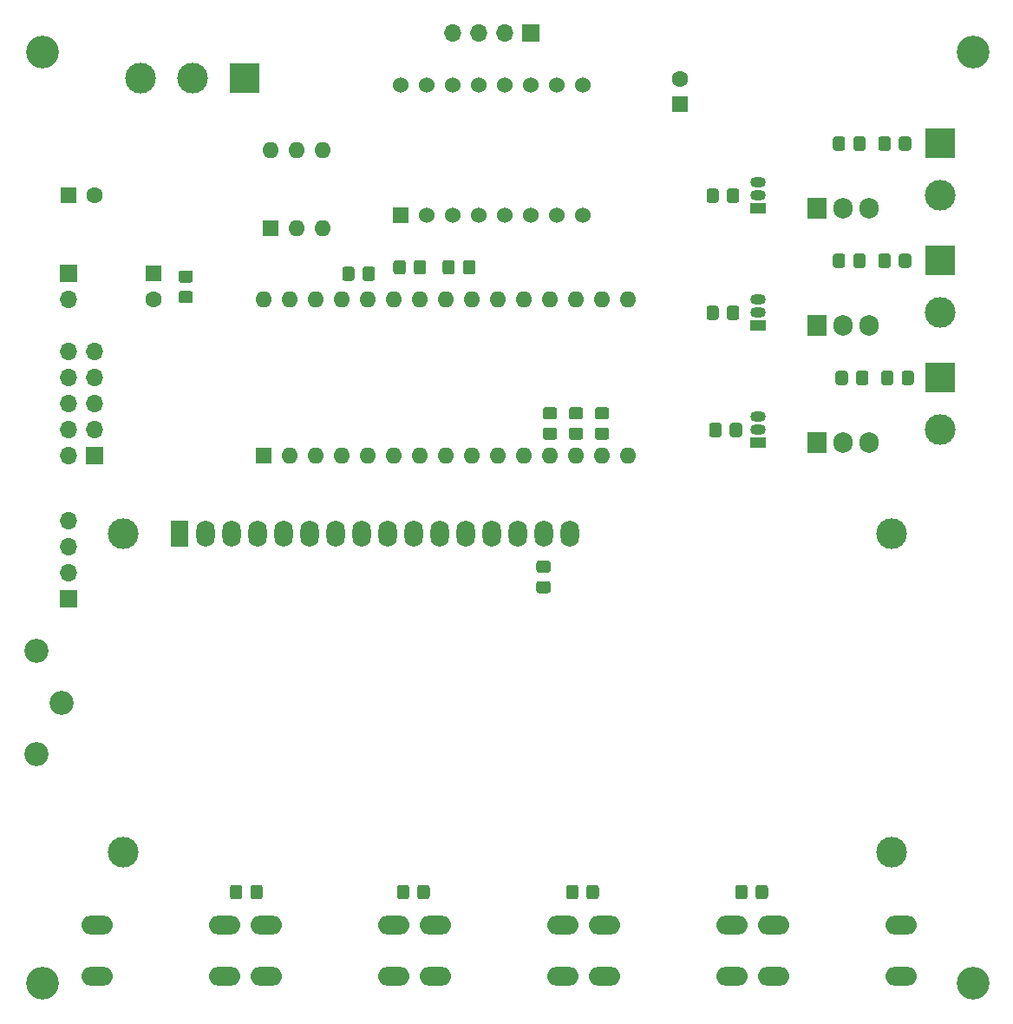
<source format=gbr>
%TF.GenerationSoftware,KiCad,Pcbnew,(5.1.12)-1*%
%TF.CreationDate,2022-08-13T13:45:03+02:00*%
%TF.ProjectId,petpuller,70657470-756c-46c6-9572-2e6b69636164,rev?*%
%TF.SameCoordinates,Original*%
%TF.FileFunction,Soldermask,Bot*%
%TF.FilePolarity,Negative*%
%FSLAX46Y46*%
G04 Gerber Fmt 4.6, Leading zero omitted, Abs format (unit mm)*
G04 Created by KiCad (PCBNEW (5.1.12)-1) date 2022-08-13 13:45:03*
%MOMM*%
%LPD*%
G01*
G04 APERTURE LIST*
%ADD10C,3.200000*%
%ADD11R,1.600000X1.600000*%
%ADD12O,1.600000X1.600000*%
%ADD13C,1.600000*%
%ADD14R,1.800000X2.600000*%
%ADD15O,1.800000X2.600000*%
%ADD16C,3.000000*%
%ADD17R,1.700000X1.700000*%
%ADD18O,1.700000X1.700000*%
%ADD19C,2.340000*%
%ADD20R,1.530000X1.530000*%
%ADD21C,1.530000*%
%ADD22R,1.905000X2.000000*%
%ADD23O,1.905000X2.000000*%
%ADD24R,3.000000X3.000000*%
%ADD25O,3.048000X1.850000*%
%ADD26O,1.500000X1.050000*%
%ADD27R,1.500000X1.050000*%
G04 APERTURE END LIST*
D10*
%TO.C,REF\u002A\u002A*%
X100330000Y-20320000D03*
%TD*%
%TO.C,REF\u002A\u002A*%
X191135000Y-20320000D03*
%TD*%
%TO.C,REF\u002A\u002A*%
X100330000Y-111125000D03*
%TD*%
%TO.C,REF\u002A\u002A*%
X191135000Y-111125000D03*
%TD*%
D11*
%TO.C,A1*%
X121920000Y-59690000D03*
D12*
X154940000Y-44450000D03*
X124460000Y-59690000D03*
X152400000Y-44450000D03*
X127000000Y-59690000D03*
X149860000Y-44450000D03*
X129540000Y-59690000D03*
X147320000Y-44450000D03*
X132080000Y-59690000D03*
X144780000Y-44450000D03*
X134620000Y-59690000D03*
X142240000Y-44450000D03*
X137160000Y-59690000D03*
X139700000Y-44450000D03*
X139700000Y-59690000D03*
X137160000Y-44450000D03*
X142240000Y-59690000D03*
X134620000Y-44450000D03*
X144780000Y-59690000D03*
X132080000Y-44450000D03*
X147320000Y-59690000D03*
X129540000Y-44450000D03*
X149860000Y-59690000D03*
X127000000Y-44450000D03*
X152400000Y-59690000D03*
X124460000Y-44450000D03*
X154940000Y-59690000D03*
X121920000Y-44450000D03*
X157480000Y-59690000D03*
X157480000Y-44450000D03*
%TD*%
D11*
%TO.C,C1*%
X111125000Y-41910000D03*
D13*
X111125000Y-44410000D03*
%TD*%
D14*
%TO.C,DS1*%
X113665000Y-67310000D03*
D15*
X116205000Y-67310000D03*
X118745000Y-67310000D03*
X121285000Y-67310000D03*
X123825000Y-67310000D03*
X126365000Y-67310000D03*
X128905000Y-67310000D03*
X131445000Y-67310000D03*
X133985000Y-67310000D03*
X136525000Y-67310000D03*
X139065000Y-67310000D03*
X141605000Y-67310000D03*
X144145000Y-67310000D03*
X146685000Y-67310000D03*
X149225000Y-67310000D03*
X151765000Y-67310000D03*
D16*
X108165900Y-67310000D03*
X108165900Y-98310700D03*
X183164480Y-98310700D03*
X183165000Y-67310000D03*
%TD*%
D17*
%TO.C,J2*%
X147955000Y-18415000D03*
D18*
X145415000Y-18415000D03*
X142875000Y-18415000D03*
X140335000Y-18415000D03*
%TD*%
D17*
%TO.C,J3*%
X102870000Y-41910000D03*
D18*
X102870000Y-44450000D03*
%TD*%
D19*
%TO.C,RV1*%
X99695000Y-88740000D03*
X102195000Y-83740000D03*
X99695000Y-78740000D03*
%TD*%
D20*
%TO.C,U1*%
X135255000Y-36195000D03*
D21*
X137795000Y-36195000D03*
X140335000Y-36195000D03*
X142875000Y-36195000D03*
X145415000Y-36195000D03*
X147955000Y-36195000D03*
X150495000Y-36195000D03*
X153035000Y-36195000D03*
X153035000Y-23495000D03*
X150495000Y-23495000D03*
X147955000Y-23495000D03*
X145415000Y-23495000D03*
X142875000Y-23495000D03*
X140335000Y-23495000D03*
X137795000Y-23495000D03*
X135255000Y-23495000D03*
%TD*%
D22*
%TO.C,Q1*%
X175895000Y-58420000D03*
D23*
X178435000Y-58420000D03*
X180975000Y-58420000D03*
%TD*%
D24*
%TO.C,J4*%
X120015000Y-22860000D03*
D16*
X114935000Y-22860000D03*
X109855000Y-22860000D03*
%TD*%
D25*
%TO.C,SW2*%
X105610000Y-110490000D03*
X105610000Y-105490000D03*
X118110000Y-110490000D03*
X118110000Y-105490000D03*
%TD*%
%TO.C,SW3*%
X151130000Y-105490000D03*
X151130000Y-110490000D03*
X138630000Y-105490000D03*
X138630000Y-110490000D03*
%TD*%
%TO.C,SW4*%
X155140000Y-110490000D03*
X155140000Y-105490000D03*
X167640000Y-110490000D03*
X167640000Y-105490000D03*
%TD*%
%TO.C,SW5*%
X134620000Y-105490000D03*
X134620000Y-110490000D03*
X122120000Y-105490000D03*
X122120000Y-110490000D03*
%TD*%
%TO.C,SW6*%
X171650000Y-110490000D03*
X171650000Y-105490000D03*
X184150000Y-110490000D03*
X184150000Y-105490000D03*
%TD*%
D24*
%TO.C,J1*%
X187960000Y-52070000D03*
D16*
X187960000Y-57150000D03*
%TD*%
D26*
%TO.C,Q2*%
X170180000Y-57150000D03*
X170180000Y-55880000D03*
D27*
X170180000Y-58420000D03*
%TD*%
D11*
%TO.C,SW1*%
X122555000Y-37465000D03*
D12*
X127635000Y-29845000D03*
X125095000Y-37465000D03*
X125095000Y-29845000D03*
X127635000Y-37465000D03*
X122555000Y-29845000D03*
%TD*%
%TO.C,R1*%
G36*
G01*
X179740000Y-52520001D02*
X179740000Y-51619999D01*
G75*
G02*
X179989999Y-51370000I249999J0D01*
G01*
X180690001Y-51370000D01*
G75*
G02*
X180940000Y-51619999I0J-249999D01*
G01*
X180940000Y-52520001D01*
G75*
G02*
X180690001Y-52770000I-249999J0D01*
G01*
X179989999Y-52770000D01*
G75*
G02*
X179740000Y-52520001I0J249999D01*
G01*
G37*
G36*
G01*
X177740000Y-52520001D02*
X177740000Y-51619999D01*
G75*
G02*
X177989999Y-51370000I249999J0D01*
G01*
X178690001Y-51370000D01*
G75*
G02*
X178940000Y-51619999I0J-249999D01*
G01*
X178940000Y-52520001D01*
G75*
G02*
X178690001Y-52770000I-249999J0D01*
G01*
X177989999Y-52770000D01*
G75*
G02*
X177740000Y-52520001I0J249999D01*
G01*
G37*
%TD*%
%TO.C,R2*%
G36*
G01*
X113849999Y-41580000D02*
X114750001Y-41580000D01*
G75*
G02*
X115000000Y-41829999I0J-249999D01*
G01*
X115000000Y-42530001D01*
G75*
G02*
X114750001Y-42780000I-249999J0D01*
G01*
X113849999Y-42780000D01*
G75*
G02*
X113600000Y-42530001I0J249999D01*
G01*
X113600000Y-41829999D01*
G75*
G02*
X113849999Y-41580000I249999J0D01*
G01*
G37*
G36*
G01*
X113849999Y-43580000D02*
X114750001Y-43580000D01*
G75*
G02*
X115000000Y-43829999I0J-249999D01*
G01*
X115000000Y-44530001D01*
G75*
G02*
X114750001Y-44780000I-249999J0D01*
G01*
X113849999Y-44780000D01*
G75*
G02*
X113600000Y-44530001I0J249999D01*
G01*
X113600000Y-43829999D01*
G75*
G02*
X113849999Y-43580000I249999J0D01*
G01*
G37*
%TD*%
%TO.C,R3*%
G36*
G01*
X132775000Y-41459999D02*
X132775000Y-42360001D01*
G75*
G02*
X132525001Y-42610000I-249999J0D01*
G01*
X131824999Y-42610000D01*
G75*
G02*
X131575000Y-42360001I0J249999D01*
G01*
X131575000Y-41459999D01*
G75*
G02*
X131824999Y-41210000I249999J0D01*
G01*
X132525001Y-41210000D01*
G75*
G02*
X132775000Y-41459999I0J-249999D01*
G01*
G37*
G36*
G01*
X130775000Y-41459999D02*
X130775000Y-42360001D01*
G75*
G02*
X130525001Y-42610000I-249999J0D01*
G01*
X129824999Y-42610000D01*
G75*
G02*
X129575000Y-42360001I0J249999D01*
G01*
X129575000Y-41459999D01*
G75*
G02*
X129824999Y-41210000I249999J0D01*
G01*
X130525001Y-41210000D01*
G75*
G02*
X130775000Y-41459999I0J-249999D01*
G01*
G37*
%TD*%
%TO.C,R4*%
G36*
G01*
X119807500Y-101784999D02*
X119807500Y-102685001D01*
G75*
G02*
X119557501Y-102935000I-249999J0D01*
G01*
X118857499Y-102935000D01*
G75*
G02*
X118607500Y-102685001I0J249999D01*
G01*
X118607500Y-101784999D01*
G75*
G02*
X118857499Y-101535000I249999J0D01*
G01*
X119557501Y-101535000D01*
G75*
G02*
X119807500Y-101784999I0J-249999D01*
G01*
G37*
G36*
G01*
X121807500Y-101784999D02*
X121807500Y-102685001D01*
G75*
G02*
X121557501Y-102935000I-249999J0D01*
G01*
X120857499Y-102935000D01*
G75*
G02*
X120607500Y-102685001I0J249999D01*
G01*
X120607500Y-101784999D01*
G75*
G02*
X120857499Y-101535000I249999J0D01*
G01*
X121557501Y-101535000D01*
G75*
G02*
X121807500Y-101784999I0J-249999D01*
G01*
G37*
%TD*%
%TO.C,R5*%
G36*
G01*
X138125000Y-101784999D02*
X138125000Y-102685001D01*
G75*
G02*
X137875001Y-102935000I-249999J0D01*
G01*
X137174999Y-102935000D01*
G75*
G02*
X136925000Y-102685001I0J249999D01*
G01*
X136925000Y-101784999D01*
G75*
G02*
X137174999Y-101535000I249999J0D01*
G01*
X137875001Y-101535000D01*
G75*
G02*
X138125000Y-101784999I0J-249999D01*
G01*
G37*
G36*
G01*
X136125000Y-101784999D02*
X136125000Y-102685001D01*
G75*
G02*
X135875001Y-102935000I-249999J0D01*
G01*
X135174999Y-102935000D01*
G75*
G02*
X134925000Y-102685001I0J249999D01*
G01*
X134925000Y-101784999D01*
G75*
G02*
X135174999Y-101535000I249999J0D01*
G01*
X135875001Y-101535000D01*
G75*
G02*
X136125000Y-101784999I0J-249999D01*
G01*
G37*
%TD*%
%TO.C,R6*%
G36*
G01*
X154635000Y-101784999D02*
X154635000Y-102685001D01*
G75*
G02*
X154385001Y-102935000I-249999J0D01*
G01*
X153684999Y-102935000D01*
G75*
G02*
X153435000Y-102685001I0J249999D01*
G01*
X153435000Y-101784999D01*
G75*
G02*
X153684999Y-101535000I249999J0D01*
G01*
X154385001Y-101535000D01*
G75*
G02*
X154635000Y-101784999I0J-249999D01*
G01*
G37*
G36*
G01*
X152635000Y-101784999D02*
X152635000Y-102685001D01*
G75*
G02*
X152385001Y-102935000I-249999J0D01*
G01*
X151684999Y-102935000D01*
G75*
G02*
X151435000Y-102685001I0J249999D01*
G01*
X151435000Y-101784999D01*
G75*
G02*
X151684999Y-101535000I249999J0D01*
G01*
X152385001Y-101535000D01*
G75*
G02*
X152635000Y-101784999I0J-249999D01*
G01*
G37*
%TD*%
%TO.C,R7*%
G36*
G01*
X169145000Y-101784999D02*
X169145000Y-102685001D01*
G75*
G02*
X168895001Y-102935000I-249999J0D01*
G01*
X168194999Y-102935000D01*
G75*
G02*
X167945000Y-102685001I0J249999D01*
G01*
X167945000Y-101784999D01*
G75*
G02*
X168194999Y-101535000I249999J0D01*
G01*
X168895001Y-101535000D01*
G75*
G02*
X169145000Y-101784999I0J-249999D01*
G01*
G37*
G36*
G01*
X171145000Y-101784999D02*
X171145000Y-102685001D01*
G75*
G02*
X170895001Y-102935000I-249999J0D01*
G01*
X170194999Y-102935000D01*
G75*
G02*
X169945000Y-102685001I0J249999D01*
G01*
X169945000Y-101784999D01*
G75*
G02*
X170194999Y-101535000I249999J0D01*
G01*
X170895001Y-101535000D01*
G75*
G02*
X171145000Y-101784999I0J-249999D01*
G01*
G37*
%TD*%
%TO.C,R8*%
G36*
G01*
X148774999Y-69885000D02*
X149675001Y-69885000D01*
G75*
G02*
X149925000Y-70134999I0J-249999D01*
G01*
X149925000Y-70835001D01*
G75*
G02*
X149675001Y-71085000I-249999J0D01*
G01*
X148774999Y-71085000D01*
G75*
G02*
X148525000Y-70835001I0J249999D01*
G01*
X148525000Y-70134999D01*
G75*
G02*
X148774999Y-69885000I249999J0D01*
G01*
G37*
G36*
G01*
X148774999Y-71885000D02*
X149675001Y-71885000D01*
G75*
G02*
X149925000Y-72134999I0J-249999D01*
G01*
X149925000Y-72835001D01*
G75*
G02*
X149675001Y-73085000I-249999J0D01*
G01*
X148774999Y-73085000D01*
G75*
G02*
X148525000Y-72835001I0J249999D01*
G01*
X148525000Y-72134999D01*
G75*
G02*
X148774999Y-71885000I249999J0D01*
G01*
G37*
%TD*%
%TO.C,R10*%
G36*
G01*
X165405000Y-57600001D02*
X165405000Y-56699999D01*
G75*
G02*
X165654999Y-56450000I249999J0D01*
G01*
X166355001Y-56450000D01*
G75*
G02*
X166605000Y-56699999I0J-249999D01*
G01*
X166605000Y-57600001D01*
G75*
G02*
X166355001Y-57850000I-249999J0D01*
G01*
X165654999Y-57850000D01*
G75*
G02*
X165405000Y-57600001I0J249999D01*
G01*
G37*
G36*
G01*
X167405000Y-57600001D02*
X167405000Y-56699999D01*
G75*
G02*
X167654999Y-56450000I249999J0D01*
G01*
X168355001Y-56450000D01*
G75*
G02*
X168605000Y-56699999I0J-249999D01*
G01*
X168605000Y-57600001D01*
G75*
G02*
X168355001Y-57850000I-249999J0D01*
G01*
X167654999Y-57850000D01*
G75*
G02*
X167405000Y-57600001I0J249999D01*
G01*
G37*
%TD*%
%TO.C,R11*%
G36*
G01*
X184185000Y-52520001D02*
X184185000Y-51619999D01*
G75*
G02*
X184434999Y-51370000I249999J0D01*
G01*
X185135001Y-51370000D01*
G75*
G02*
X185385000Y-51619999I0J-249999D01*
G01*
X185385000Y-52520001D01*
G75*
G02*
X185135001Y-52770000I-249999J0D01*
G01*
X184434999Y-52770000D01*
G75*
G02*
X184185000Y-52520001I0J249999D01*
G01*
G37*
G36*
G01*
X182185000Y-52520001D02*
X182185000Y-51619999D01*
G75*
G02*
X182434999Y-51370000I249999J0D01*
G01*
X183135001Y-51370000D01*
G75*
G02*
X183385000Y-51619999I0J-249999D01*
G01*
X183385000Y-52520001D01*
G75*
G02*
X183135001Y-52770000I-249999J0D01*
G01*
X182434999Y-52770000D01*
G75*
G02*
X182185000Y-52520001I0J249999D01*
G01*
G37*
%TD*%
%TO.C,R12*%
G36*
G01*
X141370000Y-41725001D02*
X141370000Y-40824999D01*
G75*
G02*
X141619999Y-40575000I249999J0D01*
G01*
X142320001Y-40575000D01*
G75*
G02*
X142570000Y-40824999I0J-249999D01*
G01*
X142570000Y-41725001D01*
G75*
G02*
X142320001Y-41975000I-249999J0D01*
G01*
X141619999Y-41975000D01*
G75*
G02*
X141370000Y-41725001I0J249999D01*
G01*
G37*
G36*
G01*
X139370000Y-41725001D02*
X139370000Y-40824999D01*
G75*
G02*
X139619999Y-40575000I249999J0D01*
G01*
X140320001Y-40575000D01*
G75*
G02*
X140570000Y-40824999I0J-249999D01*
G01*
X140570000Y-41725001D01*
G75*
G02*
X140320001Y-41975000I-249999J0D01*
G01*
X139619999Y-41975000D01*
G75*
G02*
X139370000Y-41725001I0J249999D01*
G01*
G37*
%TD*%
%TO.C,R13*%
G36*
G01*
X134560000Y-41725001D02*
X134560000Y-40824999D01*
G75*
G02*
X134809999Y-40575000I249999J0D01*
G01*
X135510001Y-40575000D01*
G75*
G02*
X135760000Y-40824999I0J-249999D01*
G01*
X135760000Y-41725001D01*
G75*
G02*
X135510001Y-41975000I-249999J0D01*
G01*
X134809999Y-41975000D01*
G75*
G02*
X134560000Y-41725001I0J249999D01*
G01*
G37*
G36*
G01*
X136560000Y-41725001D02*
X136560000Y-40824999D01*
G75*
G02*
X136809999Y-40575000I249999J0D01*
G01*
X137510001Y-40575000D01*
G75*
G02*
X137760000Y-40824999I0J-249999D01*
G01*
X137760000Y-41725001D01*
G75*
G02*
X137510001Y-41975000I-249999J0D01*
G01*
X136809999Y-41975000D01*
G75*
G02*
X136560000Y-41725001I0J249999D01*
G01*
G37*
%TD*%
D17*
%TO.C,J5*%
X102870000Y-73660000D03*
D18*
X102870000Y-71120000D03*
X102870000Y-68580000D03*
X102870000Y-66040000D03*
%TD*%
D17*
%TO.C,J6*%
X105410000Y-59690000D03*
D18*
X102870000Y-59690000D03*
X105410000Y-57150000D03*
X102870000Y-57150000D03*
X105410000Y-54610000D03*
X102870000Y-54610000D03*
X105410000Y-52070000D03*
X102870000Y-52070000D03*
X105410000Y-49530000D03*
X102870000Y-49530000D03*
%TD*%
D16*
%TO.C,J7*%
X187960000Y-45720000D03*
D24*
X187960000Y-40640000D03*
%TD*%
%TO.C,J8*%
X187960000Y-29210000D03*
D16*
X187960000Y-34290000D03*
%TD*%
D27*
%TO.C,Q3*%
X170180000Y-46990000D03*
D26*
X170180000Y-44450000D03*
X170180000Y-45720000D03*
%TD*%
D23*
%TO.C,Q4*%
X180975000Y-46990000D03*
X178435000Y-46990000D03*
D22*
X175895000Y-46990000D03*
%TD*%
D26*
%TO.C,Q5*%
X170180000Y-34290000D03*
X170180000Y-33020000D03*
D27*
X170180000Y-35560000D03*
%TD*%
D22*
%TO.C,Q6*%
X175895000Y-35560000D03*
D23*
X178435000Y-35560000D03*
X180975000Y-35560000D03*
%TD*%
%TO.C,R14*%
G36*
G01*
X167135000Y-46170001D02*
X167135000Y-45269999D01*
G75*
G02*
X167384999Y-45020000I249999J0D01*
G01*
X168085001Y-45020000D01*
G75*
G02*
X168335000Y-45269999I0J-249999D01*
G01*
X168335000Y-46170001D01*
G75*
G02*
X168085001Y-46420000I-249999J0D01*
G01*
X167384999Y-46420000D01*
G75*
G02*
X167135000Y-46170001I0J249999D01*
G01*
G37*
G36*
G01*
X165135000Y-46170001D02*
X165135000Y-45269999D01*
G75*
G02*
X165384999Y-45020000I249999J0D01*
G01*
X166085001Y-45020000D01*
G75*
G02*
X166335000Y-45269999I0J-249999D01*
G01*
X166335000Y-46170001D01*
G75*
G02*
X166085001Y-46420000I-249999J0D01*
G01*
X165384999Y-46420000D01*
G75*
G02*
X165135000Y-46170001I0J249999D01*
G01*
G37*
%TD*%
%TO.C,R15*%
G36*
G01*
X181915000Y-41090001D02*
X181915000Y-40189999D01*
G75*
G02*
X182164999Y-39940000I249999J0D01*
G01*
X182865001Y-39940000D01*
G75*
G02*
X183115000Y-40189999I0J-249999D01*
G01*
X183115000Y-41090001D01*
G75*
G02*
X182865001Y-41340000I-249999J0D01*
G01*
X182164999Y-41340000D01*
G75*
G02*
X181915000Y-41090001I0J249999D01*
G01*
G37*
G36*
G01*
X183915000Y-41090001D02*
X183915000Y-40189999D01*
G75*
G02*
X184164999Y-39940000I249999J0D01*
G01*
X184865001Y-39940000D01*
G75*
G02*
X185115000Y-40189999I0J-249999D01*
G01*
X185115000Y-41090001D01*
G75*
G02*
X184865001Y-41340000I-249999J0D01*
G01*
X184164999Y-41340000D01*
G75*
G02*
X183915000Y-41090001I0J249999D01*
G01*
G37*
%TD*%
%TO.C,R16*%
G36*
G01*
X179470000Y-41090001D02*
X179470000Y-40189999D01*
G75*
G02*
X179719999Y-39940000I249999J0D01*
G01*
X180420001Y-39940000D01*
G75*
G02*
X180670000Y-40189999I0J-249999D01*
G01*
X180670000Y-41090001D01*
G75*
G02*
X180420001Y-41340000I-249999J0D01*
G01*
X179719999Y-41340000D01*
G75*
G02*
X179470000Y-41090001I0J249999D01*
G01*
G37*
G36*
G01*
X177470000Y-41090001D02*
X177470000Y-40189999D01*
G75*
G02*
X177719999Y-39940000I249999J0D01*
G01*
X178420001Y-39940000D01*
G75*
G02*
X178670000Y-40189999I0J-249999D01*
G01*
X178670000Y-41090001D01*
G75*
G02*
X178420001Y-41340000I-249999J0D01*
G01*
X177719999Y-41340000D01*
G75*
G02*
X177470000Y-41090001I0J249999D01*
G01*
G37*
%TD*%
%TO.C,R17*%
G36*
G01*
X165135000Y-34740001D02*
X165135000Y-33839999D01*
G75*
G02*
X165384999Y-33590000I249999J0D01*
G01*
X166085001Y-33590000D01*
G75*
G02*
X166335000Y-33839999I0J-249999D01*
G01*
X166335000Y-34740001D01*
G75*
G02*
X166085001Y-34990000I-249999J0D01*
G01*
X165384999Y-34990000D01*
G75*
G02*
X165135000Y-34740001I0J249999D01*
G01*
G37*
G36*
G01*
X167135000Y-34740001D02*
X167135000Y-33839999D01*
G75*
G02*
X167384999Y-33590000I249999J0D01*
G01*
X168085001Y-33590000D01*
G75*
G02*
X168335000Y-33839999I0J-249999D01*
G01*
X168335000Y-34740001D01*
G75*
G02*
X168085001Y-34990000I-249999J0D01*
G01*
X167384999Y-34990000D01*
G75*
G02*
X167135000Y-34740001I0J249999D01*
G01*
G37*
%TD*%
%TO.C,R18*%
G36*
G01*
X183915000Y-29660001D02*
X183915000Y-28759999D01*
G75*
G02*
X184164999Y-28510000I249999J0D01*
G01*
X184865001Y-28510000D01*
G75*
G02*
X185115000Y-28759999I0J-249999D01*
G01*
X185115000Y-29660001D01*
G75*
G02*
X184865001Y-29910000I-249999J0D01*
G01*
X184164999Y-29910000D01*
G75*
G02*
X183915000Y-29660001I0J249999D01*
G01*
G37*
G36*
G01*
X181915000Y-29660001D02*
X181915000Y-28759999D01*
G75*
G02*
X182164999Y-28510000I249999J0D01*
G01*
X182865001Y-28510000D01*
G75*
G02*
X183115000Y-28759999I0J-249999D01*
G01*
X183115000Y-29660001D01*
G75*
G02*
X182865001Y-29910000I-249999J0D01*
G01*
X182164999Y-29910000D01*
G75*
G02*
X181915000Y-29660001I0J249999D01*
G01*
G37*
%TD*%
%TO.C,R19*%
G36*
G01*
X177470000Y-29660001D02*
X177470000Y-28759999D01*
G75*
G02*
X177719999Y-28510000I249999J0D01*
G01*
X178420001Y-28510000D01*
G75*
G02*
X178670000Y-28759999I0J-249999D01*
G01*
X178670000Y-29660001D01*
G75*
G02*
X178420001Y-29910000I-249999J0D01*
G01*
X177719999Y-29910000D01*
G75*
G02*
X177470000Y-29660001I0J249999D01*
G01*
G37*
G36*
G01*
X179470000Y-29660001D02*
X179470000Y-28759999D01*
G75*
G02*
X179719999Y-28510000I249999J0D01*
G01*
X180420001Y-28510000D01*
G75*
G02*
X180670000Y-28759999I0J-249999D01*
G01*
X180670000Y-29660001D01*
G75*
G02*
X180420001Y-29910000I-249999J0D01*
G01*
X179719999Y-29910000D01*
G75*
G02*
X179470000Y-29660001I0J249999D01*
G01*
G37*
%TD*%
D11*
%TO.C,C2*%
X162560000Y-25400000D03*
D13*
X162560000Y-22900000D03*
%TD*%
%TO.C,C3*%
X105370000Y-34290000D03*
D11*
X102870000Y-34290000D03*
%TD*%
%TO.C,R9*%
G36*
G01*
X150310001Y-58115000D02*
X149409999Y-58115000D01*
G75*
G02*
X149160000Y-57865001I0J249999D01*
G01*
X149160000Y-57164999D01*
G75*
G02*
X149409999Y-56915000I249999J0D01*
G01*
X150310001Y-56915000D01*
G75*
G02*
X150560000Y-57164999I0J-249999D01*
G01*
X150560000Y-57865001D01*
G75*
G02*
X150310001Y-58115000I-249999J0D01*
G01*
G37*
G36*
G01*
X150310001Y-56115000D02*
X149409999Y-56115000D01*
G75*
G02*
X149160000Y-55865001I0J249999D01*
G01*
X149160000Y-55164999D01*
G75*
G02*
X149409999Y-54915000I249999J0D01*
G01*
X150310001Y-54915000D01*
G75*
G02*
X150560000Y-55164999I0J-249999D01*
G01*
X150560000Y-55865001D01*
G75*
G02*
X150310001Y-56115000I-249999J0D01*
G01*
G37*
%TD*%
%TO.C,R20*%
G36*
G01*
X152850001Y-56115000D02*
X151949999Y-56115000D01*
G75*
G02*
X151700000Y-55865001I0J249999D01*
G01*
X151700000Y-55164999D01*
G75*
G02*
X151949999Y-54915000I249999J0D01*
G01*
X152850001Y-54915000D01*
G75*
G02*
X153100000Y-55164999I0J-249999D01*
G01*
X153100000Y-55865001D01*
G75*
G02*
X152850001Y-56115000I-249999J0D01*
G01*
G37*
G36*
G01*
X152850001Y-58115000D02*
X151949999Y-58115000D01*
G75*
G02*
X151700000Y-57865001I0J249999D01*
G01*
X151700000Y-57164999D01*
G75*
G02*
X151949999Y-56915000I249999J0D01*
G01*
X152850001Y-56915000D01*
G75*
G02*
X153100000Y-57164999I0J-249999D01*
G01*
X153100000Y-57865001D01*
G75*
G02*
X152850001Y-58115000I-249999J0D01*
G01*
G37*
%TD*%
%TO.C,R21*%
G36*
G01*
X155390001Y-58115000D02*
X154489999Y-58115000D01*
G75*
G02*
X154240000Y-57865001I0J249999D01*
G01*
X154240000Y-57164999D01*
G75*
G02*
X154489999Y-56915000I249999J0D01*
G01*
X155390001Y-56915000D01*
G75*
G02*
X155640000Y-57164999I0J-249999D01*
G01*
X155640000Y-57865001D01*
G75*
G02*
X155390001Y-58115000I-249999J0D01*
G01*
G37*
G36*
G01*
X155390001Y-56115000D02*
X154489999Y-56115000D01*
G75*
G02*
X154240000Y-55865001I0J249999D01*
G01*
X154240000Y-55164999D01*
G75*
G02*
X154489999Y-54915000I249999J0D01*
G01*
X155390001Y-54915000D01*
G75*
G02*
X155640000Y-55164999I0J-249999D01*
G01*
X155640000Y-55865001D01*
G75*
G02*
X155390001Y-56115000I-249999J0D01*
G01*
G37*
%TD*%
M02*

</source>
